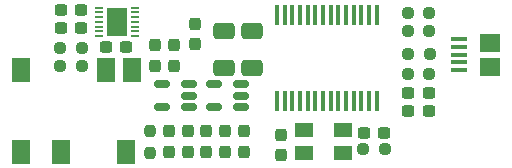
<source format=gbr>
%TF.GenerationSoftware,KiCad,Pcbnew,(6.0.1-0)*%
%TF.CreationDate,2022-02-13T14:35:08-05:00*%
%TF.ProjectId,usbAudio,75736241-7564-4696-9f2e-6b696361645f,rev?*%
%TF.SameCoordinates,Original*%
%TF.FileFunction,Paste,Top*%
%TF.FilePolarity,Positive*%
%FSLAX46Y46*%
G04 Gerber Fmt 4.6, Leading zero omitted, Abs format (unit mm)*
G04 Created by KiCad (PCBNEW (6.0.1-0)) date 2022-02-13 14:35:08*
%MOMM*%
%LPD*%
G01*
G04 APERTURE LIST*
G04 Aperture macros list*
%AMRoundRect*
0 Rectangle with rounded corners*
0 $1 Rounding radius*
0 $2 $3 $4 $5 $6 $7 $8 $9 X,Y pos of 4 corners*
0 Add a 4 corners polygon primitive as box body*
4,1,4,$2,$3,$4,$5,$6,$7,$8,$9,$2,$3,0*
0 Add four circle primitives for the rounded corners*
1,1,$1+$1,$2,$3*
1,1,$1+$1,$4,$5*
1,1,$1+$1,$6,$7*
1,1,$1+$1,$8,$9*
0 Add four rect primitives between the rounded corners*
20,1,$1+$1,$2,$3,$4,$5,0*
20,1,$1+$1,$4,$5,$6,$7,0*
20,1,$1+$1,$6,$7,$8,$9,0*
20,1,$1+$1,$8,$9,$2,$3,0*%
G04 Aperture macros list end*
%ADD10RoundRect,0.237500X0.300000X0.237500X-0.300000X0.237500X-0.300000X-0.237500X0.300000X-0.237500X0*%
%ADD11RoundRect,0.237500X-0.237500X0.300000X-0.237500X-0.300000X0.237500X-0.300000X0.237500X0.300000X0*%
%ADD12RoundRect,0.237500X-0.250000X-0.237500X0.250000X-0.237500X0.250000X0.237500X-0.250000X0.237500X0*%
%ADD13R,0.431800X1.651000*%
%ADD14R,1.600000X1.300000*%
%ADD15RoundRect,0.237500X-0.300000X-0.237500X0.300000X-0.237500X0.300000X0.237500X-0.300000X0.237500X0*%
%ADD16RoundRect,0.237500X0.237500X-0.300000X0.237500X0.300000X-0.237500X0.300000X-0.237500X-0.300000X0*%
%ADD17RoundRect,0.250000X0.650000X-0.412500X0.650000X0.412500X-0.650000X0.412500X-0.650000X-0.412500X0*%
%ADD18R,0.711200X0.203200*%
%ADD19R,1.701800X2.387600*%
%ADD20RoundRect,0.237500X-0.237500X0.250000X-0.237500X-0.250000X0.237500X-0.250000X0.237500X0.250000X0*%
%ADD21RoundRect,0.250000X-0.650000X0.412500X-0.650000X-0.412500X0.650000X-0.412500X0.650000X0.412500X0*%
%ADD22R,1.346200X0.457200*%
%ADD23R,1.651000X1.498600*%
%ADD24R,1.500000X2.000000*%
%ADD25RoundRect,0.150000X0.512500X0.150000X-0.512500X0.150000X-0.512500X-0.150000X0.512500X-0.150000X0*%
G04 APERTURE END LIST*
D10*
%TO.C,C6*%
X66318300Y-77038200D03*
X64593300Y-77038200D03*
%TD*%
D11*
%TO.C,C15*%
X79375000Y-84456100D03*
X79375000Y-86181100D03*
%TD*%
D12*
%TO.C,R4*%
X90145700Y-74129900D03*
X91970700Y-74129900D03*
%TD*%
%TO.C,R5*%
X90145700Y-75653900D03*
X91970700Y-75653900D03*
%TD*%
%TO.C,R9*%
X90144600Y-79325300D03*
X91969600Y-79325300D03*
%TD*%
%TO.C,R10*%
X86387300Y-85674200D03*
X88212300Y-85674200D03*
%TD*%
D13*
%TO.C,U1*%
X87518001Y-74345800D03*
X86868000Y-74345800D03*
X86218001Y-74345800D03*
X85568000Y-74345800D03*
X84918002Y-74345800D03*
X84268000Y-74345800D03*
X83618002Y-74345800D03*
X82968003Y-74345800D03*
X82318002Y-74345800D03*
X81668003Y-74345800D03*
X81018002Y-74345800D03*
X80368003Y-74345800D03*
X79718002Y-74345800D03*
X79068003Y-74345800D03*
X79068001Y-81610200D03*
X79718002Y-81610200D03*
X80368001Y-81610200D03*
X81018002Y-81610200D03*
X81668000Y-81610200D03*
X82318002Y-81610200D03*
X82968000Y-81610200D03*
X83618002Y-81610200D03*
X84268000Y-81610200D03*
X84918002Y-81610200D03*
X85568000Y-81610200D03*
X86218001Y-81610200D03*
X86868000Y-81610200D03*
X87518001Y-81610200D03*
%TD*%
D14*
%TO.C,Y1*%
X84631800Y-84013800D03*
X81331800Y-84013800D03*
X81331800Y-86013800D03*
X84631800Y-86013800D03*
%TD*%
D15*
%TO.C,C14*%
X86437300Y-84302600D03*
X88162300Y-84302600D03*
%TD*%
D10*
%TO.C,C9*%
X91900000Y-82473800D03*
X90175000Y-82473800D03*
%TD*%
D15*
%TO.C,C12*%
X90197600Y-80900100D03*
X91922600Y-80900100D03*
%TD*%
D16*
%TO.C,C10*%
X76233370Y-85892830D03*
X76233370Y-84167830D03*
%TD*%
%TO.C,C11*%
X74683370Y-85880330D03*
X74683370Y-84155330D03*
%TD*%
D17*
%TO.C,C3*%
X74574400Y-78829300D03*
X74574400Y-75704300D03*
%TD*%
D12*
%TO.C,R6*%
X90171900Y-77647800D03*
X91996900Y-77647800D03*
%TD*%
D18*
%TO.C,U2*%
X67005800Y-76082000D03*
X67005800Y-75682001D03*
X67005800Y-75281999D03*
X67005800Y-74882000D03*
X67005800Y-74482001D03*
X67005800Y-74081999D03*
X67005800Y-73682000D03*
X64008600Y-73682000D03*
X64008600Y-74081999D03*
X64008600Y-74482001D03*
X64008600Y-74882000D03*
X64008600Y-75281999D03*
X64008600Y-75682001D03*
X64008600Y-76082000D03*
D19*
X65507200Y-74882000D03*
%TD*%
D12*
%TO.C,R7*%
X60717500Y-78659400D03*
X62542500Y-78659400D03*
%TD*%
D20*
%TO.C,R1*%
X68358570Y-84143830D03*
X68358570Y-85968830D03*
%TD*%
D12*
%TO.C,R8*%
X60717500Y-77110000D03*
X62542500Y-77110000D03*
%TD*%
D10*
%TO.C,C4*%
X62482900Y-75387200D03*
X60757900Y-75387200D03*
%TD*%
%TO.C,C2*%
X62482900Y-73863200D03*
X60757900Y-73863200D03*
%TD*%
D21*
%TO.C,C5*%
X76958400Y-75702700D03*
X76958400Y-78827700D03*
%TD*%
D22*
%TO.C,J1*%
X94462600Y-78968600D03*
X94462600Y-78318599D03*
X94462600Y-77668600D03*
X94462600Y-77018601D03*
X94462600Y-76368600D03*
D23*
X97137601Y-78668601D03*
X97137601Y-76668599D03*
%TD*%
D11*
%TO.C,C7*%
X68757800Y-76886900D03*
X68757800Y-78611900D03*
%TD*%
D24*
%TO.C,J3*%
X57400000Y-85923000D03*
X57400000Y-78923000D03*
X60800000Y-85923000D03*
X64600000Y-78923000D03*
X66800000Y-78923000D03*
X66300000Y-85923000D03*
%TD*%
D11*
%TO.C,C16*%
X71508170Y-84168430D03*
X71508170Y-85893430D03*
%TD*%
D16*
%TO.C,C1*%
X72085200Y-76756600D03*
X72085200Y-75031600D03*
%TD*%
D11*
%TO.C,C13*%
X73057570Y-84168430D03*
X73057570Y-85893430D03*
%TD*%
%TO.C,C8*%
X70307200Y-76885800D03*
X70307200Y-78610800D03*
%TD*%
%TO.C,C17*%
X69933370Y-84168430D03*
X69933370Y-85893430D03*
%TD*%
D25*
%TO.C,U3*%
X76000870Y-82080330D03*
X76000870Y-81130330D03*
X76000870Y-80180330D03*
X73725870Y-80180330D03*
X73725870Y-82080330D03*
%TD*%
%TO.C,U4*%
X71604270Y-82084530D03*
X71604270Y-81134530D03*
X71604270Y-80184530D03*
X69329270Y-80184530D03*
X69329270Y-82084530D03*
%TD*%
M02*

</source>
